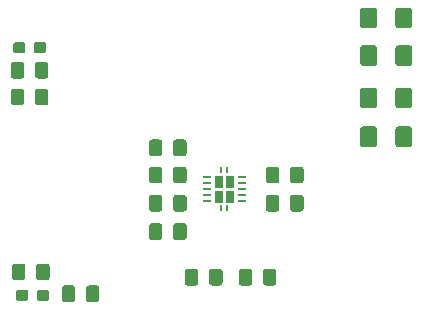
<source format=gbr>
G04 #@! TF.GenerationSoftware,KiCad,Pcbnew,(5.1.5)-2*
G04 #@! TF.CreationDate,2020-02-05T11:48:52+00:00*
G04 #@! TF.ProjectId,OPA1622_eval,4f504131-3632-4325-9f65-76616c2e6b69,rev?*
G04 #@! TF.SameCoordinates,Original*
G04 #@! TF.FileFunction,Paste,Top*
G04 #@! TF.FilePolarity,Positive*
%FSLAX46Y46*%
G04 Gerber Fmt 4.6, Leading zero omitted, Abs format (unit mm)*
G04 Created by KiCad (PCBNEW (5.1.5)-2) date 2020-02-05 11:48:52*
%MOMM*%
%LPD*%
G04 APERTURE LIST*
%ADD10C,0.100000*%
%ADD11O,0.800000X0.230000*%
%ADD12R,0.230000X0.230000*%
%ADD13R,0.680000X1.050000*%
%ADD14R,0.260000X0.500000*%
G04 APERTURE END LIST*
D10*
G36*
X130642505Y-149161204D02*
G01*
X130666773Y-149164804D01*
X130690572Y-149170765D01*
X130713671Y-149179030D01*
X130735850Y-149189520D01*
X130756893Y-149202132D01*
X130776599Y-149216747D01*
X130794777Y-149233223D01*
X130811253Y-149251401D01*
X130825868Y-149271107D01*
X130838480Y-149292150D01*
X130848970Y-149314329D01*
X130857235Y-149337428D01*
X130863196Y-149361227D01*
X130866796Y-149385495D01*
X130868000Y-149409999D01*
X130868000Y-150310001D01*
X130866796Y-150334505D01*
X130863196Y-150358773D01*
X130857235Y-150382572D01*
X130848970Y-150405671D01*
X130838480Y-150427850D01*
X130825868Y-150448893D01*
X130811253Y-150468599D01*
X130794777Y-150486777D01*
X130776599Y-150503253D01*
X130756893Y-150517868D01*
X130735850Y-150530480D01*
X130713671Y-150540970D01*
X130690572Y-150549235D01*
X130666773Y-150555196D01*
X130642505Y-150558796D01*
X130618001Y-150560000D01*
X129967999Y-150560000D01*
X129943495Y-150558796D01*
X129919227Y-150555196D01*
X129895428Y-150549235D01*
X129872329Y-150540970D01*
X129850150Y-150530480D01*
X129829107Y-150517868D01*
X129809401Y-150503253D01*
X129791223Y-150486777D01*
X129774747Y-150468599D01*
X129760132Y-150448893D01*
X129747520Y-150427850D01*
X129737030Y-150405671D01*
X129728765Y-150382572D01*
X129722804Y-150358773D01*
X129719204Y-150334505D01*
X129718000Y-150310001D01*
X129718000Y-149409999D01*
X129719204Y-149385495D01*
X129722804Y-149361227D01*
X129728765Y-149337428D01*
X129737030Y-149314329D01*
X129747520Y-149292150D01*
X129760132Y-149271107D01*
X129774747Y-149251401D01*
X129791223Y-149233223D01*
X129809401Y-149216747D01*
X129829107Y-149202132D01*
X129850150Y-149189520D01*
X129872329Y-149179030D01*
X129895428Y-149170765D01*
X129919227Y-149164804D01*
X129943495Y-149161204D01*
X129967999Y-149160000D01*
X130618001Y-149160000D01*
X130642505Y-149161204D01*
G37*
G36*
X132692505Y-149161204D02*
G01*
X132716773Y-149164804D01*
X132740572Y-149170765D01*
X132763671Y-149179030D01*
X132785850Y-149189520D01*
X132806893Y-149202132D01*
X132826599Y-149216747D01*
X132844777Y-149233223D01*
X132861253Y-149251401D01*
X132875868Y-149271107D01*
X132888480Y-149292150D01*
X132898970Y-149314329D01*
X132907235Y-149337428D01*
X132913196Y-149361227D01*
X132916796Y-149385495D01*
X132918000Y-149409999D01*
X132918000Y-150310001D01*
X132916796Y-150334505D01*
X132913196Y-150358773D01*
X132907235Y-150382572D01*
X132898970Y-150405671D01*
X132888480Y-150427850D01*
X132875868Y-150448893D01*
X132861253Y-150468599D01*
X132844777Y-150486777D01*
X132826599Y-150503253D01*
X132806893Y-150517868D01*
X132785850Y-150530480D01*
X132763671Y-150540970D01*
X132740572Y-150549235D01*
X132716773Y-150555196D01*
X132692505Y-150558796D01*
X132668001Y-150560000D01*
X132017999Y-150560000D01*
X131993495Y-150558796D01*
X131969227Y-150555196D01*
X131945428Y-150549235D01*
X131922329Y-150540970D01*
X131900150Y-150530480D01*
X131879107Y-150517868D01*
X131859401Y-150503253D01*
X131841223Y-150486777D01*
X131824747Y-150468599D01*
X131810132Y-150448893D01*
X131797520Y-150427850D01*
X131787030Y-150405671D01*
X131778765Y-150382572D01*
X131772804Y-150358773D01*
X131769204Y-150334505D01*
X131768000Y-150310001D01*
X131768000Y-149409999D01*
X131769204Y-149385495D01*
X131772804Y-149361227D01*
X131778765Y-149337428D01*
X131787030Y-149314329D01*
X131797520Y-149292150D01*
X131810132Y-149271107D01*
X131824747Y-149251401D01*
X131841223Y-149233223D01*
X131859401Y-149216747D01*
X131879107Y-149202132D01*
X131900150Y-149189520D01*
X131922329Y-149179030D01*
X131945428Y-149170765D01*
X131969227Y-149164804D01*
X131993495Y-149161204D01*
X132017999Y-149160000D01*
X132668001Y-149160000D01*
X132692505Y-149161204D01*
G37*
G36*
X126324505Y-130238204D02*
G01*
X126348773Y-130241804D01*
X126372572Y-130247765D01*
X126395671Y-130256030D01*
X126417850Y-130266520D01*
X126438893Y-130279132D01*
X126458599Y-130293747D01*
X126476777Y-130310223D01*
X126493253Y-130328401D01*
X126507868Y-130348107D01*
X126520480Y-130369150D01*
X126530970Y-130391329D01*
X126539235Y-130414428D01*
X126545196Y-130438227D01*
X126548796Y-130462495D01*
X126550000Y-130486999D01*
X126550000Y-131387001D01*
X126548796Y-131411505D01*
X126545196Y-131435773D01*
X126539235Y-131459572D01*
X126530970Y-131482671D01*
X126520480Y-131504850D01*
X126507868Y-131525893D01*
X126493253Y-131545599D01*
X126476777Y-131563777D01*
X126458599Y-131580253D01*
X126438893Y-131594868D01*
X126417850Y-131607480D01*
X126395671Y-131617970D01*
X126372572Y-131626235D01*
X126348773Y-131632196D01*
X126324505Y-131635796D01*
X126300001Y-131637000D01*
X125649999Y-131637000D01*
X125625495Y-131635796D01*
X125601227Y-131632196D01*
X125577428Y-131626235D01*
X125554329Y-131617970D01*
X125532150Y-131607480D01*
X125511107Y-131594868D01*
X125491401Y-131580253D01*
X125473223Y-131563777D01*
X125456747Y-131545599D01*
X125442132Y-131525893D01*
X125429520Y-131504850D01*
X125419030Y-131482671D01*
X125410765Y-131459572D01*
X125404804Y-131435773D01*
X125401204Y-131411505D01*
X125400000Y-131387001D01*
X125400000Y-130486999D01*
X125401204Y-130462495D01*
X125404804Y-130438227D01*
X125410765Y-130414428D01*
X125419030Y-130391329D01*
X125429520Y-130369150D01*
X125442132Y-130348107D01*
X125456747Y-130328401D01*
X125473223Y-130310223D01*
X125491401Y-130293747D01*
X125511107Y-130279132D01*
X125532150Y-130266520D01*
X125554329Y-130256030D01*
X125577428Y-130247765D01*
X125601227Y-130241804D01*
X125625495Y-130238204D01*
X125649999Y-130237000D01*
X126300001Y-130237000D01*
X126324505Y-130238204D01*
G37*
G36*
X128374505Y-130238204D02*
G01*
X128398773Y-130241804D01*
X128422572Y-130247765D01*
X128445671Y-130256030D01*
X128467850Y-130266520D01*
X128488893Y-130279132D01*
X128508599Y-130293747D01*
X128526777Y-130310223D01*
X128543253Y-130328401D01*
X128557868Y-130348107D01*
X128570480Y-130369150D01*
X128580970Y-130391329D01*
X128589235Y-130414428D01*
X128595196Y-130438227D01*
X128598796Y-130462495D01*
X128600000Y-130486999D01*
X128600000Y-131387001D01*
X128598796Y-131411505D01*
X128595196Y-131435773D01*
X128589235Y-131459572D01*
X128580970Y-131482671D01*
X128570480Y-131504850D01*
X128557868Y-131525893D01*
X128543253Y-131545599D01*
X128526777Y-131563777D01*
X128508599Y-131580253D01*
X128488893Y-131594868D01*
X128467850Y-131607480D01*
X128445671Y-131617970D01*
X128422572Y-131626235D01*
X128398773Y-131632196D01*
X128374505Y-131635796D01*
X128350001Y-131637000D01*
X127699999Y-131637000D01*
X127675495Y-131635796D01*
X127651227Y-131632196D01*
X127627428Y-131626235D01*
X127604329Y-131617970D01*
X127582150Y-131607480D01*
X127561107Y-131594868D01*
X127541401Y-131580253D01*
X127523223Y-131563777D01*
X127506747Y-131545599D01*
X127492132Y-131525893D01*
X127479520Y-131504850D01*
X127469030Y-131482671D01*
X127460765Y-131459572D01*
X127454804Y-131435773D01*
X127451204Y-131411505D01*
X127450000Y-131387001D01*
X127450000Y-130486999D01*
X127451204Y-130462495D01*
X127454804Y-130438227D01*
X127460765Y-130414428D01*
X127469030Y-130391329D01*
X127479520Y-130369150D01*
X127492132Y-130348107D01*
X127506747Y-130328401D01*
X127523223Y-130310223D01*
X127541401Y-130293747D01*
X127561107Y-130279132D01*
X127582150Y-130266520D01*
X127604329Y-130256030D01*
X127627428Y-130247765D01*
X127651227Y-130241804D01*
X127675495Y-130238204D01*
X127699999Y-130237000D01*
X128350001Y-130237000D01*
X128374505Y-130238204D01*
G37*
G36*
X147678505Y-147764204D02*
G01*
X147702773Y-147767804D01*
X147726572Y-147773765D01*
X147749671Y-147782030D01*
X147771850Y-147792520D01*
X147792893Y-147805132D01*
X147812599Y-147819747D01*
X147830777Y-147836223D01*
X147847253Y-147854401D01*
X147861868Y-147874107D01*
X147874480Y-147895150D01*
X147884970Y-147917329D01*
X147893235Y-147940428D01*
X147899196Y-147964227D01*
X147902796Y-147988495D01*
X147904000Y-148012999D01*
X147904000Y-148913001D01*
X147902796Y-148937505D01*
X147899196Y-148961773D01*
X147893235Y-148985572D01*
X147884970Y-149008671D01*
X147874480Y-149030850D01*
X147861868Y-149051893D01*
X147847253Y-149071599D01*
X147830777Y-149089777D01*
X147812599Y-149106253D01*
X147792893Y-149120868D01*
X147771850Y-149133480D01*
X147749671Y-149143970D01*
X147726572Y-149152235D01*
X147702773Y-149158196D01*
X147678505Y-149161796D01*
X147654001Y-149163000D01*
X147003999Y-149163000D01*
X146979495Y-149161796D01*
X146955227Y-149158196D01*
X146931428Y-149152235D01*
X146908329Y-149143970D01*
X146886150Y-149133480D01*
X146865107Y-149120868D01*
X146845401Y-149106253D01*
X146827223Y-149089777D01*
X146810747Y-149071599D01*
X146796132Y-149051893D01*
X146783520Y-149030850D01*
X146773030Y-149008671D01*
X146764765Y-148985572D01*
X146758804Y-148961773D01*
X146755204Y-148937505D01*
X146754000Y-148913001D01*
X146754000Y-148012999D01*
X146755204Y-147988495D01*
X146758804Y-147964227D01*
X146764765Y-147940428D01*
X146773030Y-147917329D01*
X146783520Y-147895150D01*
X146796132Y-147874107D01*
X146810747Y-147854401D01*
X146827223Y-147836223D01*
X146845401Y-147819747D01*
X146865107Y-147805132D01*
X146886150Y-147792520D01*
X146908329Y-147782030D01*
X146931428Y-147773765D01*
X146955227Y-147767804D01*
X146979495Y-147764204D01*
X147003999Y-147763000D01*
X147654001Y-147763000D01*
X147678505Y-147764204D01*
G37*
G36*
X145628505Y-147764204D02*
G01*
X145652773Y-147767804D01*
X145676572Y-147773765D01*
X145699671Y-147782030D01*
X145721850Y-147792520D01*
X145742893Y-147805132D01*
X145762599Y-147819747D01*
X145780777Y-147836223D01*
X145797253Y-147854401D01*
X145811868Y-147874107D01*
X145824480Y-147895150D01*
X145834970Y-147917329D01*
X145843235Y-147940428D01*
X145849196Y-147964227D01*
X145852796Y-147988495D01*
X145854000Y-148012999D01*
X145854000Y-148913001D01*
X145852796Y-148937505D01*
X145849196Y-148961773D01*
X145843235Y-148985572D01*
X145834970Y-149008671D01*
X145824480Y-149030850D01*
X145811868Y-149051893D01*
X145797253Y-149071599D01*
X145780777Y-149089777D01*
X145762599Y-149106253D01*
X145742893Y-149120868D01*
X145721850Y-149133480D01*
X145699671Y-149143970D01*
X145676572Y-149152235D01*
X145652773Y-149158196D01*
X145628505Y-149161796D01*
X145604001Y-149163000D01*
X144953999Y-149163000D01*
X144929495Y-149161796D01*
X144905227Y-149158196D01*
X144881428Y-149152235D01*
X144858329Y-149143970D01*
X144836150Y-149133480D01*
X144815107Y-149120868D01*
X144795401Y-149106253D01*
X144777223Y-149089777D01*
X144760747Y-149071599D01*
X144746132Y-149051893D01*
X144733520Y-149030850D01*
X144723030Y-149008671D01*
X144714765Y-148985572D01*
X144708804Y-148961773D01*
X144705204Y-148937505D01*
X144704000Y-148913001D01*
X144704000Y-148012999D01*
X144705204Y-147988495D01*
X144708804Y-147964227D01*
X144714765Y-147940428D01*
X144723030Y-147917329D01*
X144733520Y-147895150D01*
X144746132Y-147874107D01*
X144760747Y-147854401D01*
X144777223Y-147836223D01*
X144795401Y-147819747D01*
X144815107Y-147805132D01*
X144836150Y-147792520D01*
X144858329Y-147782030D01*
X144881428Y-147773765D01*
X144905227Y-147767804D01*
X144929495Y-147764204D01*
X144953999Y-147763000D01*
X145604001Y-147763000D01*
X145628505Y-147764204D01*
G37*
G36*
X143115505Y-147764204D02*
G01*
X143139773Y-147767804D01*
X143163572Y-147773765D01*
X143186671Y-147782030D01*
X143208850Y-147792520D01*
X143229893Y-147805132D01*
X143249599Y-147819747D01*
X143267777Y-147836223D01*
X143284253Y-147854401D01*
X143298868Y-147874107D01*
X143311480Y-147895150D01*
X143321970Y-147917329D01*
X143330235Y-147940428D01*
X143336196Y-147964227D01*
X143339796Y-147988495D01*
X143341000Y-148012999D01*
X143341000Y-148913001D01*
X143339796Y-148937505D01*
X143336196Y-148961773D01*
X143330235Y-148985572D01*
X143321970Y-149008671D01*
X143311480Y-149030850D01*
X143298868Y-149051893D01*
X143284253Y-149071599D01*
X143267777Y-149089777D01*
X143249599Y-149106253D01*
X143229893Y-149120868D01*
X143208850Y-149133480D01*
X143186671Y-149143970D01*
X143163572Y-149152235D01*
X143139773Y-149158196D01*
X143115505Y-149161796D01*
X143091001Y-149163000D01*
X142440999Y-149163000D01*
X142416495Y-149161796D01*
X142392227Y-149158196D01*
X142368428Y-149152235D01*
X142345329Y-149143970D01*
X142323150Y-149133480D01*
X142302107Y-149120868D01*
X142282401Y-149106253D01*
X142264223Y-149089777D01*
X142247747Y-149071599D01*
X142233132Y-149051893D01*
X142220520Y-149030850D01*
X142210030Y-149008671D01*
X142201765Y-148985572D01*
X142195804Y-148961773D01*
X142192204Y-148937505D01*
X142191000Y-148913001D01*
X142191000Y-148012999D01*
X142192204Y-147988495D01*
X142195804Y-147964227D01*
X142201765Y-147940428D01*
X142210030Y-147917329D01*
X142220520Y-147895150D01*
X142233132Y-147874107D01*
X142247747Y-147854401D01*
X142264223Y-147836223D01*
X142282401Y-147819747D01*
X142302107Y-147805132D01*
X142323150Y-147792520D01*
X142345329Y-147782030D01*
X142368428Y-147773765D01*
X142392227Y-147767804D01*
X142416495Y-147764204D01*
X142440999Y-147763000D01*
X143091001Y-147763000D01*
X143115505Y-147764204D01*
G37*
G36*
X141065505Y-147764204D02*
G01*
X141089773Y-147767804D01*
X141113572Y-147773765D01*
X141136671Y-147782030D01*
X141158850Y-147792520D01*
X141179893Y-147805132D01*
X141199599Y-147819747D01*
X141217777Y-147836223D01*
X141234253Y-147854401D01*
X141248868Y-147874107D01*
X141261480Y-147895150D01*
X141271970Y-147917329D01*
X141280235Y-147940428D01*
X141286196Y-147964227D01*
X141289796Y-147988495D01*
X141291000Y-148012999D01*
X141291000Y-148913001D01*
X141289796Y-148937505D01*
X141286196Y-148961773D01*
X141280235Y-148985572D01*
X141271970Y-149008671D01*
X141261480Y-149030850D01*
X141248868Y-149051893D01*
X141234253Y-149071599D01*
X141217777Y-149089777D01*
X141199599Y-149106253D01*
X141179893Y-149120868D01*
X141158850Y-149133480D01*
X141136671Y-149143970D01*
X141113572Y-149152235D01*
X141089773Y-149158196D01*
X141065505Y-149161796D01*
X141041001Y-149163000D01*
X140390999Y-149163000D01*
X140366495Y-149161796D01*
X140342227Y-149158196D01*
X140318428Y-149152235D01*
X140295329Y-149143970D01*
X140273150Y-149133480D01*
X140252107Y-149120868D01*
X140232401Y-149106253D01*
X140214223Y-149089777D01*
X140197747Y-149071599D01*
X140183132Y-149051893D01*
X140170520Y-149030850D01*
X140160030Y-149008671D01*
X140151765Y-148985572D01*
X140145804Y-148961773D01*
X140142204Y-148937505D01*
X140141000Y-148913001D01*
X140141000Y-148012999D01*
X140142204Y-147988495D01*
X140145804Y-147964227D01*
X140151765Y-147940428D01*
X140160030Y-147917329D01*
X140170520Y-147895150D01*
X140183132Y-147874107D01*
X140197747Y-147854401D01*
X140214223Y-147836223D01*
X140232401Y-147819747D01*
X140252107Y-147805132D01*
X140273150Y-147792520D01*
X140295329Y-147782030D01*
X140318428Y-147773765D01*
X140342227Y-147767804D01*
X140366495Y-147764204D01*
X140390999Y-147763000D01*
X141041001Y-147763000D01*
X141065505Y-147764204D01*
G37*
G36*
X128439779Y-149513144D02*
G01*
X128462834Y-149516563D01*
X128485443Y-149522227D01*
X128507387Y-149530079D01*
X128528457Y-149540044D01*
X128548448Y-149552026D01*
X128567168Y-149565910D01*
X128584438Y-149581562D01*
X128600090Y-149598832D01*
X128613974Y-149617552D01*
X128625956Y-149637543D01*
X128635921Y-149658613D01*
X128643773Y-149680557D01*
X128649437Y-149703166D01*
X128652856Y-149726221D01*
X128654000Y-149749500D01*
X128654000Y-150224500D01*
X128652856Y-150247779D01*
X128649437Y-150270834D01*
X128643773Y-150293443D01*
X128635921Y-150315387D01*
X128625956Y-150336457D01*
X128613974Y-150356448D01*
X128600090Y-150375168D01*
X128584438Y-150392438D01*
X128567168Y-150408090D01*
X128548448Y-150421974D01*
X128528457Y-150433956D01*
X128507387Y-150443921D01*
X128485443Y-150451773D01*
X128462834Y-150457437D01*
X128439779Y-150460856D01*
X128416500Y-150462000D01*
X127841500Y-150462000D01*
X127818221Y-150460856D01*
X127795166Y-150457437D01*
X127772557Y-150451773D01*
X127750613Y-150443921D01*
X127729543Y-150433956D01*
X127709552Y-150421974D01*
X127690832Y-150408090D01*
X127673562Y-150392438D01*
X127657910Y-150375168D01*
X127644026Y-150356448D01*
X127632044Y-150336457D01*
X127622079Y-150315387D01*
X127614227Y-150293443D01*
X127608563Y-150270834D01*
X127605144Y-150247779D01*
X127604000Y-150224500D01*
X127604000Y-149749500D01*
X127605144Y-149726221D01*
X127608563Y-149703166D01*
X127614227Y-149680557D01*
X127622079Y-149658613D01*
X127632044Y-149637543D01*
X127644026Y-149617552D01*
X127657910Y-149598832D01*
X127673562Y-149581562D01*
X127690832Y-149565910D01*
X127709552Y-149552026D01*
X127729543Y-149540044D01*
X127750613Y-149530079D01*
X127772557Y-149522227D01*
X127795166Y-149516563D01*
X127818221Y-149513144D01*
X127841500Y-149512000D01*
X128416500Y-149512000D01*
X128439779Y-149513144D01*
G37*
G36*
X126689779Y-149513144D02*
G01*
X126712834Y-149516563D01*
X126735443Y-149522227D01*
X126757387Y-149530079D01*
X126778457Y-149540044D01*
X126798448Y-149552026D01*
X126817168Y-149565910D01*
X126834438Y-149581562D01*
X126850090Y-149598832D01*
X126863974Y-149617552D01*
X126875956Y-149637543D01*
X126885921Y-149658613D01*
X126893773Y-149680557D01*
X126899437Y-149703166D01*
X126902856Y-149726221D01*
X126904000Y-149749500D01*
X126904000Y-150224500D01*
X126902856Y-150247779D01*
X126899437Y-150270834D01*
X126893773Y-150293443D01*
X126885921Y-150315387D01*
X126875956Y-150336457D01*
X126863974Y-150356448D01*
X126850090Y-150375168D01*
X126834438Y-150392438D01*
X126817168Y-150408090D01*
X126798448Y-150421974D01*
X126778457Y-150433956D01*
X126757387Y-150443921D01*
X126735443Y-150451773D01*
X126712834Y-150457437D01*
X126689779Y-150460856D01*
X126666500Y-150462000D01*
X126091500Y-150462000D01*
X126068221Y-150460856D01*
X126045166Y-150457437D01*
X126022557Y-150451773D01*
X126000613Y-150443921D01*
X125979543Y-150433956D01*
X125959552Y-150421974D01*
X125940832Y-150408090D01*
X125923562Y-150392438D01*
X125907910Y-150375168D01*
X125894026Y-150356448D01*
X125882044Y-150336457D01*
X125872079Y-150315387D01*
X125864227Y-150293443D01*
X125858563Y-150270834D01*
X125855144Y-150247779D01*
X125854000Y-150224500D01*
X125854000Y-149749500D01*
X125855144Y-149726221D01*
X125858563Y-149703166D01*
X125864227Y-149680557D01*
X125872079Y-149658613D01*
X125882044Y-149637543D01*
X125894026Y-149617552D01*
X125907910Y-149598832D01*
X125923562Y-149581562D01*
X125940832Y-149565910D01*
X125959552Y-149552026D01*
X125979543Y-149540044D01*
X126000613Y-149530079D01*
X126022557Y-149522227D01*
X126045166Y-149516563D01*
X126068221Y-149513144D01*
X126091500Y-149512000D01*
X126666500Y-149512000D01*
X126689779Y-149513144D01*
G37*
G36*
X126435779Y-128558144D02*
G01*
X126458834Y-128561563D01*
X126481443Y-128567227D01*
X126503387Y-128575079D01*
X126524457Y-128585044D01*
X126544448Y-128597026D01*
X126563168Y-128610910D01*
X126580438Y-128626562D01*
X126596090Y-128643832D01*
X126609974Y-128662552D01*
X126621956Y-128682543D01*
X126631921Y-128703613D01*
X126639773Y-128725557D01*
X126645437Y-128748166D01*
X126648856Y-128771221D01*
X126650000Y-128794500D01*
X126650000Y-129269500D01*
X126648856Y-129292779D01*
X126645437Y-129315834D01*
X126639773Y-129338443D01*
X126631921Y-129360387D01*
X126621956Y-129381457D01*
X126609974Y-129401448D01*
X126596090Y-129420168D01*
X126580438Y-129437438D01*
X126563168Y-129453090D01*
X126544448Y-129466974D01*
X126524457Y-129478956D01*
X126503387Y-129488921D01*
X126481443Y-129496773D01*
X126458834Y-129502437D01*
X126435779Y-129505856D01*
X126412500Y-129507000D01*
X125837500Y-129507000D01*
X125814221Y-129505856D01*
X125791166Y-129502437D01*
X125768557Y-129496773D01*
X125746613Y-129488921D01*
X125725543Y-129478956D01*
X125705552Y-129466974D01*
X125686832Y-129453090D01*
X125669562Y-129437438D01*
X125653910Y-129420168D01*
X125640026Y-129401448D01*
X125628044Y-129381457D01*
X125618079Y-129360387D01*
X125610227Y-129338443D01*
X125604563Y-129315834D01*
X125601144Y-129292779D01*
X125600000Y-129269500D01*
X125600000Y-128794500D01*
X125601144Y-128771221D01*
X125604563Y-128748166D01*
X125610227Y-128725557D01*
X125618079Y-128703613D01*
X125628044Y-128682543D01*
X125640026Y-128662552D01*
X125653910Y-128643832D01*
X125669562Y-128626562D01*
X125686832Y-128610910D01*
X125705552Y-128597026D01*
X125725543Y-128585044D01*
X125746613Y-128575079D01*
X125768557Y-128567227D01*
X125791166Y-128561563D01*
X125814221Y-128558144D01*
X125837500Y-128557000D01*
X126412500Y-128557000D01*
X126435779Y-128558144D01*
G37*
G36*
X128185779Y-128558144D02*
G01*
X128208834Y-128561563D01*
X128231443Y-128567227D01*
X128253387Y-128575079D01*
X128274457Y-128585044D01*
X128294448Y-128597026D01*
X128313168Y-128610910D01*
X128330438Y-128626562D01*
X128346090Y-128643832D01*
X128359974Y-128662552D01*
X128371956Y-128682543D01*
X128381921Y-128703613D01*
X128389773Y-128725557D01*
X128395437Y-128748166D01*
X128398856Y-128771221D01*
X128400000Y-128794500D01*
X128400000Y-129269500D01*
X128398856Y-129292779D01*
X128395437Y-129315834D01*
X128389773Y-129338443D01*
X128381921Y-129360387D01*
X128371956Y-129381457D01*
X128359974Y-129401448D01*
X128346090Y-129420168D01*
X128330438Y-129437438D01*
X128313168Y-129453090D01*
X128294448Y-129466974D01*
X128274457Y-129478956D01*
X128253387Y-129488921D01*
X128231443Y-129496773D01*
X128208834Y-129502437D01*
X128185779Y-129505856D01*
X128162500Y-129507000D01*
X127587500Y-129507000D01*
X127564221Y-129505856D01*
X127541166Y-129502437D01*
X127518557Y-129496773D01*
X127496613Y-129488921D01*
X127475543Y-129478956D01*
X127455552Y-129466974D01*
X127436832Y-129453090D01*
X127419562Y-129437438D01*
X127403910Y-129420168D01*
X127390026Y-129401448D01*
X127378044Y-129381457D01*
X127368079Y-129360387D01*
X127360227Y-129338443D01*
X127354563Y-129315834D01*
X127351144Y-129292779D01*
X127350000Y-129269500D01*
X127350000Y-128794500D01*
X127351144Y-128771221D01*
X127354563Y-128748166D01*
X127360227Y-128725557D01*
X127368079Y-128703613D01*
X127378044Y-128682543D01*
X127390026Y-128662552D01*
X127403910Y-128643832D01*
X127419562Y-128626562D01*
X127436832Y-128610910D01*
X127455552Y-128597026D01*
X127475543Y-128585044D01*
X127496613Y-128575079D01*
X127518557Y-128567227D01*
X127541166Y-128561563D01*
X127564221Y-128558144D01*
X127587500Y-128557000D01*
X128162500Y-128557000D01*
X128185779Y-128558144D01*
G37*
D11*
X142025000Y-140000000D03*
X142025000Y-140500000D03*
D12*
X141740000Y-141000000D03*
D11*
X142025000Y-141500000D03*
D12*
X141740000Y-142000000D03*
D11*
X144975000Y-142000000D03*
X144975000Y-141500000D03*
D12*
X145260000Y-141000000D03*
X145260000Y-140500000D03*
X145260000Y-140000000D03*
D13*
X143050000Y-140365000D03*
D14*
X143250000Y-139370000D03*
X143750000Y-139370000D03*
X143250000Y-142630000D03*
X143750000Y-142630000D03*
D13*
X143950000Y-140365000D03*
X143050000Y-141635000D03*
X143950000Y-141635000D03*
D12*
X141740000Y-140000000D03*
X141740000Y-140500000D03*
D11*
X142025000Y-141000000D03*
D12*
X141740000Y-141500000D03*
D11*
X142025000Y-142000000D03*
D12*
X145260000Y-142000000D03*
X145260000Y-141500000D03*
D11*
X144975000Y-141000000D03*
X144975000Y-140500000D03*
X144975000Y-140000000D03*
D10*
G36*
X156199504Y-132406204D02*
G01*
X156223773Y-132409804D01*
X156247571Y-132415765D01*
X156270671Y-132424030D01*
X156292849Y-132434520D01*
X156313893Y-132447133D01*
X156333598Y-132461747D01*
X156351777Y-132478223D01*
X156368253Y-132496402D01*
X156382867Y-132516107D01*
X156395480Y-132537151D01*
X156405970Y-132559329D01*
X156414235Y-132582429D01*
X156420196Y-132606227D01*
X156423796Y-132630496D01*
X156425000Y-132655000D01*
X156425000Y-133905000D01*
X156423796Y-133929504D01*
X156420196Y-133953773D01*
X156414235Y-133977571D01*
X156405970Y-134000671D01*
X156395480Y-134022849D01*
X156382867Y-134043893D01*
X156368253Y-134063598D01*
X156351777Y-134081777D01*
X156333598Y-134098253D01*
X156313893Y-134112867D01*
X156292849Y-134125480D01*
X156270671Y-134135970D01*
X156247571Y-134144235D01*
X156223773Y-134150196D01*
X156199504Y-134153796D01*
X156175000Y-134155000D01*
X155250000Y-134155000D01*
X155225496Y-134153796D01*
X155201227Y-134150196D01*
X155177429Y-134144235D01*
X155154329Y-134135970D01*
X155132151Y-134125480D01*
X155111107Y-134112867D01*
X155091402Y-134098253D01*
X155073223Y-134081777D01*
X155056747Y-134063598D01*
X155042133Y-134043893D01*
X155029520Y-134022849D01*
X155019030Y-134000671D01*
X155010765Y-133977571D01*
X155004804Y-133953773D01*
X155001204Y-133929504D01*
X155000000Y-133905000D01*
X155000000Y-132655000D01*
X155001204Y-132630496D01*
X155004804Y-132606227D01*
X155010765Y-132582429D01*
X155019030Y-132559329D01*
X155029520Y-132537151D01*
X155042133Y-132516107D01*
X155056747Y-132496402D01*
X155073223Y-132478223D01*
X155091402Y-132461747D01*
X155111107Y-132447133D01*
X155132151Y-132434520D01*
X155154329Y-132424030D01*
X155177429Y-132415765D01*
X155201227Y-132409804D01*
X155225496Y-132406204D01*
X155250000Y-132405000D01*
X156175000Y-132405000D01*
X156199504Y-132406204D01*
G37*
G36*
X159174504Y-132406204D02*
G01*
X159198773Y-132409804D01*
X159222571Y-132415765D01*
X159245671Y-132424030D01*
X159267849Y-132434520D01*
X159288893Y-132447133D01*
X159308598Y-132461747D01*
X159326777Y-132478223D01*
X159343253Y-132496402D01*
X159357867Y-132516107D01*
X159370480Y-132537151D01*
X159380970Y-132559329D01*
X159389235Y-132582429D01*
X159395196Y-132606227D01*
X159398796Y-132630496D01*
X159400000Y-132655000D01*
X159400000Y-133905000D01*
X159398796Y-133929504D01*
X159395196Y-133953773D01*
X159389235Y-133977571D01*
X159380970Y-134000671D01*
X159370480Y-134022849D01*
X159357867Y-134043893D01*
X159343253Y-134063598D01*
X159326777Y-134081777D01*
X159308598Y-134098253D01*
X159288893Y-134112867D01*
X159267849Y-134125480D01*
X159245671Y-134135970D01*
X159222571Y-134144235D01*
X159198773Y-134150196D01*
X159174504Y-134153796D01*
X159150000Y-134155000D01*
X158225000Y-134155000D01*
X158200496Y-134153796D01*
X158176227Y-134150196D01*
X158152429Y-134144235D01*
X158129329Y-134135970D01*
X158107151Y-134125480D01*
X158086107Y-134112867D01*
X158066402Y-134098253D01*
X158048223Y-134081777D01*
X158031747Y-134063598D01*
X158017133Y-134043893D01*
X158004520Y-134022849D01*
X157994030Y-134000671D01*
X157985765Y-133977571D01*
X157979804Y-133953773D01*
X157976204Y-133929504D01*
X157975000Y-133905000D01*
X157975000Y-132655000D01*
X157976204Y-132630496D01*
X157979804Y-132606227D01*
X157985765Y-132582429D01*
X157994030Y-132559329D01*
X158004520Y-132537151D01*
X158017133Y-132516107D01*
X158031747Y-132496402D01*
X158048223Y-132478223D01*
X158066402Y-132461747D01*
X158086107Y-132447133D01*
X158107151Y-132434520D01*
X158129329Y-132424030D01*
X158152429Y-132415765D01*
X158176227Y-132409804D01*
X158200496Y-132406204D01*
X158225000Y-132405000D01*
X159150000Y-132405000D01*
X159174504Y-132406204D01*
G37*
G36*
X156199504Y-128826204D02*
G01*
X156223773Y-128829804D01*
X156247571Y-128835765D01*
X156270671Y-128844030D01*
X156292849Y-128854520D01*
X156313893Y-128867133D01*
X156333598Y-128881747D01*
X156351777Y-128898223D01*
X156368253Y-128916402D01*
X156382867Y-128936107D01*
X156395480Y-128957151D01*
X156405970Y-128979329D01*
X156414235Y-129002429D01*
X156420196Y-129026227D01*
X156423796Y-129050496D01*
X156425000Y-129075000D01*
X156425000Y-130325000D01*
X156423796Y-130349504D01*
X156420196Y-130373773D01*
X156414235Y-130397571D01*
X156405970Y-130420671D01*
X156395480Y-130442849D01*
X156382867Y-130463893D01*
X156368253Y-130483598D01*
X156351777Y-130501777D01*
X156333598Y-130518253D01*
X156313893Y-130532867D01*
X156292849Y-130545480D01*
X156270671Y-130555970D01*
X156247571Y-130564235D01*
X156223773Y-130570196D01*
X156199504Y-130573796D01*
X156175000Y-130575000D01*
X155250000Y-130575000D01*
X155225496Y-130573796D01*
X155201227Y-130570196D01*
X155177429Y-130564235D01*
X155154329Y-130555970D01*
X155132151Y-130545480D01*
X155111107Y-130532867D01*
X155091402Y-130518253D01*
X155073223Y-130501777D01*
X155056747Y-130483598D01*
X155042133Y-130463893D01*
X155029520Y-130442849D01*
X155019030Y-130420671D01*
X155010765Y-130397571D01*
X155004804Y-130373773D01*
X155001204Y-130349504D01*
X155000000Y-130325000D01*
X155000000Y-129075000D01*
X155001204Y-129050496D01*
X155004804Y-129026227D01*
X155010765Y-129002429D01*
X155019030Y-128979329D01*
X155029520Y-128957151D01*
X155042133Y-128936107D01*
X155056747Y-128916402D01*
X155073223Y-128898223D01*
X155091402Y-128881747D01*
X155111107Y-128867133D01*
X155132151Y-128854520D01*
X155154329Y-128844030D01*
X155177429Y-128835765D01*
X155201227Y-128829804D01*
X155225496Y-128826204D01*
X155250000Y-128825000D01*
X156175000Y-128825000D01*
X156199504Y-128826204D01*
G37*
G36*
X159174504Y-128826204D02*
G01*
X159198773Y-128829804D01*
X159222571Y-128835765D01*
X159245671Y-128844030D01*
X159267849Y-128854520D01*
X159288893Y-128867133D01*
X159308598Y-128881747D01*
X159326777Y-128898223D01*
X159343253Y-128916402D01*
X159357867Y-128936107D01*
X159370480Y-128957151D01*
X159380970Y-128979329D01*
X159389235Y-129002429D01*
X159395196Y-129026227D01*
X159398796Y-129050496D01*
X159400000Y-129075000D01*
X159400000Y-130325000D01*
X159398796Y-130349504D01*
X159395196Y-130373773D01*
X159389235Y-130397571D01*
X159380970Y-130420671D01*
X159370480Y-130442849D01*
X159357867Y-130463893D01*
X159343253Y-130483598D01*
X159326777Y-130501777D01*
X159308598Y-130518253D01*
X159288893Y-130532867D01*
X159267849Y-130545480D01*
X159245671Y-130555970D01*
X159222571Y-130564235D01*
X159198773Y-130570196D01*
X159174504Y-130573796D01*
X159150000Y-130575000D01*
X158225000Y-130575000D01*
X158200496Y-130573796D01*
X158176227Y-130570196D01*
X158152429Y-130564235D01*
X158129329Y-130555970D01*
X158107151Y-130545480D01*
X158086107Y-130532867D01*
X158066402Y-130518253D01*
X158048223Y-130501777D01*
X158031747Y-130483598D01*
X158017133Y-130463893D01*
X158004520Y-130442849D01*
X157994030Y-130420671D01*
X157985765Y-130397571D01*
X157979804Y-130373773D01*
X157976204Y-130349504D01*
X157975000Y-130325000D01*
X157975000Y-129075000D01*
X157976204Y-129050496D01*
X157979804Y-129026227D01*
X157985765Y-129002429D01*
X157994030Y-128979329D01*
X158004520Y-128957151D01*
X158017133Y-128936107D01*
X158031747Y-128916402D01*
X158048223Y-128898223D01*
X158066402Y-128881747D01*
X158086107Y-128867133D01*
X158107151Y-128854520D01*
X158129329Y-128844030D01*
X158152429Y-128835765D01*
X158176227Y-128829804D01*
X158200496Y-128826204D01*
X158225000Y-128825000D01*
X159150000Y-128825000D01*
X159174504Y-128826204D01*
G37*
G36*
X156199504Y-125626204D02*
G01*
X156223773Y-125629804D01*
X156247571Y-125635765D01*
X156270671Y-125644030D01*
X156292849Y-125654520D01*
X156313893Y-125667133D01*
X156333598Y-125681747D01*
X156351777Y-125698223D01*
X156368253Y-125716402D01*
X156382867Y-125736107D01*
X156395480Y-125757151D01*
X156405970Y-125779329D01*
X156414235Y-125802429D01*
X156420196Y-125826227D01*
X156423796Y-125850496D01*
X156425000Y-125875000D01*
X156425000Y-127125000D01*
X156423796Y-127149504D01*
X156420196Y-127173773D01*
X156414235Y-127197571D01*
X156405970Y-127220671D01*
X156395480Y-127242849D01*
X156382867Y-127263893D01*
X156368253Y-127283598D01*
X156351777Y-127301777D01*
X156333598Y-127318253D01*
X156313893Y-127332867D01*
X156292849Y-127345480D01*
X156270671Y-127355970D01*
X156247571Y-127364235D01*
X156223773Y-127370196D01*
X156199504Y-127373796D01*
X156175000Y-127375000D01*
X155250000Y-127375000D01*
X155225496Y-127373796D01*
X155201227Y-127370196D01*
X155177429Y-127364235D01*
X155154329Y-127355970D01*
X155132151Y-127345480D01*
X155111107Y-127332867D01*
X155091402Y-127318253D01*
X155073223Y-127301777D01*
X155056747Y-127283598D01*
X155042133Y-127263893D01*
X155029520Y-127242849D01*
X155019030Y-127220671D01*
X155010765Y-127197571D01*
X155004804Y-127173773D01*
X155001204Y-127149504D01*
X155000000Y-127125000D01*
X155000000Y-125875000D01*
X155001204Y-125850496D01*
X155004804Y-125826227D01*
X155010765Y-125802429D01*
X155019030Y-125779329D01*
X155029520Y-125757151D01*
X155042133Y-125736107D01*
X155056747Y-125716402D01*
X155073223Y-125698223D01*
X155091402Y-125681747D01*
X155111107Y-125667133D01*
X155132151Y-125654520D01*
X155154329Y-125644030D01*
X155177429Y-125635765D01*
X155201227Y-125629804D01*
X155225496Y-125626204D01*
X155250000Y-125625000D01*
X156175000Y-125625000D01*
X156199504Y-125626204D01*
G37*
G36*
X159174504Y-125626204D02*
G01*
X159198773Y-125629804D01*
X159222571Y-125635765D01*
X159245671Y-125644030D01*
X159267849Y-125654520D01*
X159288893Y-125667133D01*
X159308598Y-125681747D01*
X159326777Y-125698223D01*
X159343253Y-125716402D01*
X159357867Y-125736107D01*
X159370480Y-125757151D01*
X159380970Y-125779329D01*
X159389235Y-125802429D01*
X159395196Y-125826227D01*
X159398796Y-125850496D01*
X159400000Y-125875000D01*
X159400000Y-127125000D01*
X159398796Y-127149504D01*
X159395196Y-127173773D01*
X159389235Y-127197571D01*
X159380970Y-127220671D01*
X159370480Y-127242849D01*
X159357867Y-127263893D01*
X159343253Y-127283598D01*
X159326777Y-127301777D01*
X159308598Y-127318253D01*
X159288893Y-127332867D01*
X159267849Y-127345480D01*
X159245671Y-127355970D01*
X159222571Y-127364235D01*
X159198773Y-127370196D01*
X159174504Y-127373796D01*
X159150000Y-127375000D01*
X158225000Y-127375000D01*
X158200496Y-127373796D01*
X158176227Y-127370196D01*
X158152429Y-127364235D01*
X158129329Y-127355970D01*
X158107151Y-127345480D01*
X158086107Y-127332867D01*
X158066402Y-127318253D01*
X158048223Y-127301777D01*
X158031747Y-127283598D01*
X158017133Y-127263893D01*
X158004520Y-127242849D01*
X157994030Y-127220671D01*
X157985765Y-127197571D01*
X157979804Y-127173773D01*
X157976204Y-127149504D01*
X157975000Y-127125000D01*
X157975000Y-125875000D01*
X157976204Y-125850496D01*
X157979804Y-125826227D01*
X157985765Y-125802429D01*
X157994030Y-125779329D01*
X158004520Y-125757151D01*
X158017133Y-125736107D01*
X158031747Y-125716402D01*
X158048223Y-125698223D01*
X158066402Y-125681747D01*
X158086107Y-125667133D01*
X158107151Y-125654520D01*
X158129329Y-125644030D01*
X158152429Y-125635765D01*
X158176227Y-125629804D01*
X158200496Y-125626204D01*
X158225000Y-125625000D01*
X159150000Y-125625000D01*
X159174504Y-125626204D01*
G37*
G36*
X156199504Y-135696204D02*
G01*
X156223773Y-135699804D01*
X156247571Y-135705765D01*
X156270671Y-135714030D01*
X156292849Y-135724520D01*
X156313893Y-135737133D01*
X156333598Y-135751747D01*
X156351777Y-135768223D01*
X156368253Y-135786402D01*
X156382867Y-135806107D01*
X156395480Y-135827151D01*
X156405970Y-135849329D01*
X156414235Y-135872429D01*
X156420196Y-135896227D01*
X156423796Y-135920496D01*
X156425000Y-135945000D01*
X156425000Y-137195000D01*
X156423796Y-137219504D01*
X156420196Y-137243773D01*
X156414235Y-137267571D01*
X156405970Y-137290671D01*
X156395480Y-137312849D01*
X156382867Y-137333893D01*
X156368253Y-137353598D01*
X156351777Y-137371777D01*
X156333598Y-137388253D01*
X156313893Y-137402867D01*
X156292849Y-137415480D01*
X156270671Y-137425970D01*
X156247571Y-137434235D01*
X156223773Y-137440196D01*
X156199504Y-137443796D01*
X156175000Y-137445000D01*
X155250000Y-137445000D01*
X155225496Y-137443796D01*
X155201227Y-137440196D01*
X155177429Y-137434235D01*
X155154329Y-137425970D01*
X155132151Y-137415480D01*
X155111107Y-137402867D01*
X155091402Y-137388253D01*
X155073223Y-137371777D01*
X155056747Y-137353598D01*
X155042133Y-137333893D01*
X155029520Y-137312849D01*
X155019030Y-137290671D01*
X155010765Y-137267571D01*
X155004804Y-137243773D01*
X155001204Y-137219504D01*
X155000000Y-137195000D01*
X155000000Y-135945000D01*
X155001204Y-135920496D01*
X155004804Y-135896227D01*
X155010765Y-135872429D01*
X155019030Y-135849329D01*
X155029520Y-135827151D01*
X155042133Y-135806107D01*
X155056747Y-135786402D01*
X155073223Y-135768223D01*
X155091402Y-135751747D01*
X155111107Y-135737133D01*
X155132151Y-135724520D01*
X155154329Y-135714030D01*
X155177429Y-135705765D01*
X155201227Y-135699804D01*
X155225496Y-135696204D01*
X155250000Y-135695000D01*
X156175000Y-135695000D01*
X156199504Y-135696204D01*
G37*
G36*
X159174504Y-135696204D02*
G01*
X159198773Y-135699804D01*
X159222571Y-135705765D01*
X159245671Y-135714030D01*
X159267849Y-135724520D01*
X159288893Y-135737133D01*
X159308598Y-135751747D01*
X159326777Y-135768223D01*
X159343253Y-135786402D01*
X159357867Y-135806107D01*
X159370480Y-135827151D01*
X159380970Y-135849329D01*
X159389235Y-135872429D01*
X159395196Y-135896227D01*
X159398796Y-135920496D01*
X159400000Y-135945000D01*
X159400000Y-137195000D01*
X159398796Y-137219504D01*
X159395196Y-137243773D01*
X159389235Y-137267571D01*
X159380970Y-137290671D01*
X159370480Y-137312849D01*
X159357867Y-137333893D01*
X159343253Y-137353598D01*
X159326777Y-137371777D01*
X159308598Y-137388253D01*
X159288893Y-137402867D01*
X159267849Y-137415480D01*
X159245671Y-137425970D01*
X159222571Y-137434235D01*
X159198773Y-137440196D01*
X159174504Y-137443796D01*
X159150000Y-137445000D01*
X158225000Y-137445000D01*
X158200496Y-137443796D01*
X158176227Y-137440196D01*
X158152429Y-137434235D01*
X158129329Y-137425970D01*
X158107151Y-137415480D01*
X158086107Y-137402867D01*
X158066402Y-137388253D01*
X158048223Y-137371777D01*
X158031747Y-137353598D01*
X158017133Y-137333893D01*
X158004520Y-137312849D01*
X157994030Y-137290671D01*
X157985765Y-137267571D01*
X157979804Y-137243773D01*
X157976204Y-137219504D01*
X157975000Y-137195000D01*
X157975000Y-135945000D01*
X157976204Y-135920496D01*
X157979804Y-135896227D01*
X157985765Y-135872429D01*
X157994030Y-135849329D01*
X158004520Y-135827151D01*
X158017133Y-135806107D01*
X158031747Y-135786402D01*
X158048223Y-135768223D01*
X158066402Y-135751747D01*
X158086107Y-135737133D01*
X158107151Y-135724520D01*
X158129329Y-135714030D01*
X158152429Y-135705765D01*
X158176227Y-135699804D01*
X158200496Y-135696204D01*
X158225000Y-135695000D01*
X159150000Y-135695000D01*
X159174504Y-135696204D01*
G37*
G36*
X149974505Y-141501204D02*
G01*
X149998773Y-141504804D01*
X150022572Y-141510765D01*
X150045671Y-141519030D01*
X150067850Y-141529520D01*
X150088893Y-141542132D01*
X150108599Y-141556747D01*
X150126777Y-141573223D01*
X150143253Y-141591401D01*
X150157868Y-141611107D01*
X150170480Y-141632150D01*
X150180970Y-141654329D01*
X150189235Y-141677428D01*
X150195196Y-141701227D01*
X150198796Y-141725495D01*
X150200000Y-141749999D01*
X150200000Y-142650001D01*
X150198796Y-142674505D01*
X150195196Y-142698773D01*
X150189235Y-142722572D01*
X150180970Y-142745671D01*
X150170480Y-142767850D01*
X150157868Y-142788893D01*
X150143253Y-142808599D01*
X150126777Y-142826777D01*
X150108599Y-142843253D01*
X150088893Y-142857868D01*
X150067850Y-142870480D01*
X150045671Y-142880970D01*
X150022572Y-142889235D01*
X149998773Y-142895196D01*
X149974505Y-142898796D01*
X149950001Y-142900000D01*
X149299999Y-142900000D01*
X149275495Y-142898796D01*
X149251227Y-142895196D01*
X149227428Y-142889235D01*
X149204329Y-142880970D01*
X149182150Y-142870480D01*
X149161107Y-142857868D01*
X149141401Y-142843253D01*
X149123223Y-142826777D01*
X149106747Y-142808599D01*
X149092132Y-142788893D01*
X149079520Y-142767850D01*
X149069030Y-142745671D01*
X149060765Y-142722572D01*
X149054804Y-142698773D01*
X149051204Y-142674505D01*
X149050000Y-142650001D01*
X149050000Y-141749999D01*
X149051204Y-141725495D01*
X149054804Y-141701227D01*
X149060765Y-141677428D01*
X149069030Y-141654329D01*
X149079520Y-141632150D01*
X149092132Y-141611107D01*
X149106747Y-141591401D01*
X149123223Y-141573223D01*
X149141401Y-141556747D01*
X149161107Y-141542132D01*
X149182150Y-141529520D01*
X149204329Y-141519030D01*
X149227428Y-141510765D01*
X149251227Y-141504804D01*
X149275495Y-141501204D01*
X149299999Y-141500000D01*
X149950001Y-141500000D01*
X149974505Y-141501204D01*
G37*
G36*
X147924505Y-141501204D02*
G01*
X147948773Y-141504804D01*
X147972572Y-141510765D01*
X147995671Y-141519030D01*
X148017850Y-141529520D01*
X148038893Y-141542132D01*
X148058599Y-141556747D01*
X148076777Y-141573223D01*
X148093253Y-141591401D01*
X148107868Y-141611107D01*
X148120480Y-141632150D01*
X148130970Y-141654329D01*
X148139235Y-141677428D01*
X148145196Y-141701227D01*
X148148796Y-141725495D01*
X148150000Y-141749999D01*
X148150000Y-142650001D01*
X148148796Y-142674505D01*
X148145196Y-142698773D01*
X148139235Y-142722572D01*
X148130970Y-142745671D01*
X148120480Y-142767850D01*
X148107868Y-142788893D01*
X148093253Y-142808599D01*
X148076777Y-142826777D01*
X148058599Y-142843253D01*
X148038893Y-142857868D01*
X148017850Y-142870480D01*
X147995671Y-142880970D01*
X147972572Y-142889235D01*
X147948773Y-142895196D01*
X147924505Y-142898796D01*
X147900001Y-142900000D01*
X147249999Y-142900000D01*
X147225495Y-142898796D01*
X147201227Y-142895196D01*
X147177428Y-142889235D01*
X147154329Y-142880970D01*
X147132150Y-142870480D01*
X147111107Y-142857868D01*
X147091401Y-142843253D01*
X147073223Y-142826777D01*
X147056747Y-142808599D01*
X147042132Y-142788893D01*
X147029520Y-142767850D01*
X147019030Y-142745671D01*
X147010765Y-142722572D01*
X147004804Y-142698773D01*
X147001204Y-142674505D01*
X147000000Y-142650001D01*
X147000000Y-141749999D01*
X147001204Y-141725495D01*
X147004804Y-141701227D01*
X147010765Y-141677428D01*
X147019030Y-141654329D01*
X147029520Y-141632150D01*
X147042132Y-141611107D01*
X147056747Y-141591401D01*
X147073223Y-141573223D01*
X147091401Y-141556747D01*
X147111107Y-141542132D01*
X147132150Y-141529520D01*
X147154329Y-141519030D01*
X147177428Y-141510765D01*
X147201227Y-141504804D01*
X147225495Y-141501204D01*
X147249999Y-141500000D01*
X147900001Y-141500000D01*
X147924505Y-141501204D01*
G37*
G36*
X149974505Y-139101204D02*
G01*
X149998773Y-139104804D01*
X150022572Y-139110765D01*
X150045671Y-139119030D01*
X150067850Y-139129520D01*
X150088893Y-139142132D01*
X150108599Y-139156747D01*
X150126777Y-139173223D01*
X150143253Y-139191401D01*
X150157868Y-139211107D01*
X150170480Y-139232150D01*
X150180970Y-139254329D01*
X150189235Y-139277428D01*
X150195196Y-139301227D01*
X150198796Y-139325495D01*
X150200000Y-139349999D01*
X150200000Y-140250001D01*
X150198796Y-140274505D01*
X150195196Y-140298773D01*
X150189235Y-140322572D01*
X150180970Y-140345671D01*
X150170480Y-140367850D01*
X150157868Y-140388893D01*
X150143253Y-140408599D01*
X150126777Y-140426777D01*
X150108599Y-140443253D01*
X150088893Y-140457868D01*
X150067850Y-140470480D01*
X150045671Y-140480970D01*
X150022572Y-140489235D01*
X149998773Y-140495196D01*
X149974505Y-140498796D01*
X149950001Y-140500000D01*
X149299999Y-140500000D01*
X149275495Y-140498796D01*
X149251227Y-140495196D01*
X149227428Y-140489235D01*
X149204329Y-140480970D01*
X149182150Y-140470480D01*
X149161107Y-140457868D01*
X149141401Y-140443253D01*
X149123223Y-140426777D01*
X149106747Y-140408599D01*
X149092132Y-140388893D01*
X149079520Y-140367850D01*
X149069030Y-140345671D01*
X149060765Y-140322572D01*
X149054804Y-140298773D01*
X149051204Y-140274505D01*
X149050000Y-140250001D01*
X149050000Y-139349999D01*
X149051204Y-139325495D01*
X149054804Y-139301227D01*
X149060765Y-139277428D01*
X149069030Y-139254329D01*
X149079520Y-139232150D01*
X149092132Y-139211107D01*
X149106747Y-139191401D01*
X149123223Y-139173223D01*
X149141401Y-139156747D01*
X149161107Y-139142132D01*
X149182150Y-139129520D01*
X149204329Y-139119030D01*
X149227428Y-139110765D01*
X149251227Y-139104804D01*
X149275495Y-139101204D01*
X149299999Y-139100000D01*
X149950001Y-139100000D01*
X149974505Y-139101204D01*
G37*
G36*
X147924505Y-139101204D02*
G01*
X147948773Y-139104804D01*
X147972572Y-139110765D01*
X147995671Y-139119030D01*
X148017850Y-139129520D01*
X148038893Y-139142132D01*
X148058599Y-139156747D01*
X148076777Y-139173223D01*
X148093253Y-139191401D01*
X148107868Y-139211107D01*
X148120480Y-139232150D01*
X148130970Y-139254329D01*
X148139235Y-139277428D01*
X148145196Y-139301227D01*
X148148796Y-139325495D01*
X148150000Y-139349999D01*
X148150000Y-140250001D01*
X148148796Y-140274505D01*
X148145196Y-140298773D01*
X148139235Y-140322572D01*
X148130970Y-140345671D01*
X148120480Y-140367850D01*
X148107868Y-140388893D01*
X148093253Y-140408599D01*
X148076777Y-140426777D01*
X148058599Y-140443253D01*
X148038893Y-140457868D01*
X148017850Y-140470480D01*
X147995671Y-140480970D01*
X147972572Y-140489235D01*
X147948773Y-140495196D01*
X147924505Y-140498796D01*
X147900001Y-140500000D01*
X147249999Y-140500000D01*
X147225495Y-140498796D01*
X147201227Y-140495196D01*
X147177428Y-140489235D01*
X147154329Y-140480970D01*
X147132150Y-140470480D01*
X147111107Y-140457868D01*
X147091401Y-140443253D01*
X147073223Y-140426777D01*
X147056747Y-140408599D01*
X147042132Y-140388893D01*
X147029520Y-140367850D01*
X147019030Y-140345671D01*
X147010765Y-140322572D01*
X147004804Y-140298773D01*
X147001204Y-140274505D01*
X147000000Y-140250001D01*
X147000000Y-139349999D01*
X147001204Y-139325495D01*
X147004804Y-139301227D01*
X147010765Y-139277428D01*
X147019030Y-139254329D01*
X147029520Y-139232150D01*
X147042132Y-139211107D01*
X147056747Y-139191401D01*
X147073223Y-139173223D01*
X147091401Y-139156747D01*
X147111107Y-139142132D01*
X147132150Y-139129520D01*
X147154329Y-139119030D01*
X147177428Y-139110765D01*
X147201227Y-139104804D01*
X147225495Y-139101204D01*
X147249999Y-139100000D01*
X147900001Y-139100000D01*
X147924505Y-139101204D01*
G37*
G36*
X126424505Y-147301204D02*
G01*
X126448773Y-147304804D01*
X126472572Y-147310765D01*
X126495671Y-147319030D01*
X126517850Y-147329520D01*
X126538893Y-147342132D01*
X126558599Y-147356747D01*
X126576777Y-147373223D01*
X126593253Y-147391401D01*
X126607868Y-147411107D01*
X126620480Y-147432150D01*
X126630970Y-147454329D01*
X126639235Y-147477428D01*
X126645196Y-147501227D01*
X126648796Y-147525495D01*
X126650000Y-147549999D01*
X126650000Y-148450001D01*
X126648796Y-148474505D01*
X126645196Y-148498773D01*
X126639235Y-148522572D01*
X126630970Y-148545671D01*
X126620480Y-148567850D01*
X126607868Y-148588893D01*
X126593253Y-148608599D01*
X126576777Y-148626777D01*
X126558599Y-148643253D01*
X126538893Y-148657868D01*
X126517850Y-148670480D01*
X126495671Y-148680970D01*
X126472572Y-148689235D01*
X126448773Y-148695196D01*
X126424505Y-148698796D01*
X126400001Y-148700000D01*
X125749999Y-148700000D01*
X125725495Y-148698796D01*
X125701227Y-148695196D01*
X125677428Y-148689235D01*
X125654329Y-148680970D01*
X125632150Y-148670480D01*
X125611107Y-148657868D01*
X125591401Y-148643253D01*
X125573223Y-148626777D01*
X125556747Y-148608599D01*
X125542132Y-148588893D01*
X125529520Y-148567850D01*
X125519030Y-148545671D01*
X125510765Y-148522572D01*
X125504804Y-148498773D01*
X125501204Y-148474505D01*
X125500000Y-148450001D01*
X125500000Y-147549999D01*
X125501204Y-147525495D01*
X125504804Y-147501227D01*
X125510765Y-147477428D01*
X125519030Y-147454329D01*
X125529520Y-147432150D01*
X125542132Y-147411107D01*
X125556747Y-147391401D01*
X125573223Y-147373223D01*
X125591401Y-147356747D01*
X125611107Y-147342132D01*
X125632150Y-147329520D01*
X125654329Y-147319030D01*
X125677428Y-147310765D01*
X125701227Y-147304804D01*
X125725495Y-147301204D01*
X125749999Y-147300000D01*
X126400001Y-147300000D01*
X126424505Y-147301204D01*
G37*
G36*
X128474505Y-147301204D02*
G01*
X128498773Y-147304804D01*
X128522572Y-147310765D01*
X128545671Y-147319030D01*
X128567850Y-147329520D01*
X128588893Y-147342132D01*
X128608599Y-147356747D01*
X128626777Y-147373223D01*
X128643253Y-147391401D01*
X128657868Y-147411107D01*
X128670480Y-147432150D01*
X128680970Y-147454329D01*
X128689235Y-147477428D01*
X128695196Y-147501227D01*
X128698796Y-147525495D01*
X128700000Y-147549999D01*
X128700000Y-148450001D01*
X128698796Y-148474505D01*
X128695196Y-148498773D01*
X128689235Y-148522572D01*
X128680970Y-148545671D01*
X128670480Y-148567850D01*
X128657868Y-148588893D01*
X128643253Y-148608599D01*
X128626777Y-148626777D01*
X128608599Y-148643253D01*
X128588893Y-148657868D01*
X128567850Y-148670480D01*
X128545671Y-148680970D01*
X128522572Y-148689235D01*
X128498773Y-148695196D01*
X128474505Y-148698796D01*
X128450001Y-148700000D01*
X127799999Y-148700000D01*
X127775495Y-148698796D01*
X127751227Y-148695196D01*
X127727428Y-148689235D01*
X127704329Y-148680970D01*
X127682150Y-148670480D01*
X127661107Y-148657868D01*
X127641401Y-148643253D01*
X127623223Y-148626777D01*
X127606747Y-148608599D01*
X127592132Y-148588893D01*
X127579520Y-148567850D01*
X127569030Y-148545671D01*
X127560765Y-148522572D01*
X127554804Y-148498773D01*
X127551204Y-148474505D01*
X127550000Y-148450001D01*
X127550000Y-147549999D01*
X127551204Y-147525495D01*
X127554804Y-147501227D01*
X127560765Y-147477428D01*
X127569030Y-147454329D01*
X127579520Y-147432150D01*
X127592132Y-147411107D01*
X127606747Y-147391401D01*
X127623223Y-147373223D01*
X127641401Y-147356747D01*
X127661107Y-147342132D01*
X127682150Y-147329520D01*
X127704329Y-147319030D01*
X127727428Y-147310765D01*
X127751227Y-147304804D01*
X127775495Y-147301204D01*
X127799999Y-147300000D01*
X128450001Y-147300000D01*
X128474505Y-147301204D01*
G37*
G36*
X128374505Y-132501204D02*
G01*
X128398773Y-132504804D01*
X128422572Y-132510765D01*
X128445671Y-132519030D01*
X128467850Y-132529520D01*
X128488893Y-132542132D01*
X128508599Y-132556747D01*
X128526777Y-132573223D01*
X128543253Y-132591401D01*
X128557868Y-132611107D01*
X128570480Y-132632150D01*
X128580970Y-132654329D01*
X128589235Y-132677428D01*
X128595196Y-132701227D01*
X128598796Y-132725495D01*
X128600000Y-132749999D01*
X128600000Y-133650001D01*
X128598796Y-133674505D01*
X128595196Y-133698773D01*
X128589235Y-133722572D01*
X128580970Y-133745671D01*
X128570480Y-133767850D01*
X128557868Y-133788893D01*
X128543253Y-133808599D01*
X128526777Y-133826777D01*
X128508599Y-133843253D01*
X128488893Y-133857868D01*
X128467850Y-133870480D01*
X128445671Y-133880970D01*
X128422572Y-133889235D01*
X128398773Y-133895196D01*
X128374505Y-133898796D01*
X128350001Y-133900000D01*
X127699999Y-133900000D01*
X127675495Y-133898796D01*
X127651227Y-133895196D01*
X127627428Y-133889235D01*
X127604329Y-133880970D01*
X127582150Y-133870480D01*
X127561107Y-133857868D01*
X127541401Y-133843253D01*
X127523223Y-133826777D01*
X127506747Y-133808599D01*
X127492132Y-133788893D01*
X127479520Y-133767850D01*
X127469030Y-133745671D01*
X127460765Y-133722572D01*
X127454804Y-133698773D01*
X127451204Y-133674505D01*
X127450000Y-133650001D01*
X127450000Y-132749999D01*
X127451204Y-132725495D01*
X127454804Y-132701227D01*
X127460765Y-132677428D01*
X127469030Y-132654329D01*
X127479520Y-132632150D01*
X127492132Y-132611107D01*
X127506747Y-132591401D01*
X127523223Y-132573223D01*
X127541401Y-132556747D01*
X127561107Y-132542132D01*
X127582150Y-132529520D01*
X127604329Y-132519030D01*
X127627428Y-132510765D01*
X127651227Y-132504804D01*
X127675495Y-132501204D01*
X127699999Y-132500000D01*
X128350001Y-132500000D01*
X128374505Y-132501204D01*
G37*
G36*
X126324505Y-132501204D02*
G01*
X126348773Y-132504804D01*
X126372572Y-132510765D01*
X126395671Y-132519030D01*
X126417850Y-132529520D01*
X126438893Y-132542132D01*
X126458599Y-132556747D01*
X126476777Y-132573223D01*
X126493253Y-132591401D01*
X126507868Y-132611107D01*
X126520480Y-132632150D01*
X126530970Y-132654329D01*
X126539235Y-132677428D01*
X126545196Y-132701227D01*
X126548796Y-132725495D01*
X126550000Y-132749999D01*
X126550000Y-133650001D01*
X126548796Y-133674505D01*
X126545196Y-133698773D01*
X126539235Y-133722572D01*
X126530970Y-133745671D01*
X126520480Y-133767850D01*
X126507868Y-133788893D01*
X126493253Y-133808599D01*
X126476777Y-133826777D01*
X126458599Y-133843253D01*
X126438893Y-133857868D01*
X126417850Y-133870480D01*
X126395671Y-133880970D01*
X126372572Y-133889235D01*
X126348773Y-133895196D01*
X126324505Y-133898796D01*
X126300001Y-133900000D01*
X125649999Y-133900000D01*
X125625495Y-133898796D01*
X125601227Y-133895196D01*
X125577428Y-133889235D01*
X125554329Y-133880970D01*
X125532150Y-133870480D01*
X125511107Y-133857868D01*
X125491401Y-133843253D01*
X125473223Y-133826777D01*
X125456747Y-133808599D01*
X125442132Y-133788893D01*
X125429520Y-133767850D01*
X125419030Y-133745671D01*
X125410765Y-133722572D01*
X125404804Y-133698773D01*
X125401204Y-133674505D01*
X125400000Y-133650001D01*
X125400000Y-132749999D01*
X125401204Y-132725495D01*
X125404804Y-132701227D01*
X125410765Y-132677428D01*
X125419030Y-132654329D01*
X125429520Y-132632150D01*
X125442132Y-132611107D01*
X125456747Y-132591401D01*
X125473223Y-132573223D01*
X125491401Y-132556747D01*
X125511107Y-132542132D01*
X125532150Y-132529520D01*
X125554329Y-132519030D01*
X125577428Y-132510765D01*
X125601227Y-132504804D01*
X125625495Y-132501204D01*
X125649999Y-132500000D01*
X126300001Y-132500000D01*
X126324505Y-132501204D01*
G37*
G36*
X138024505Y-143901204D02*
G01*
X138048773Y-143904804D01*
X138072572Y-143910765D01*
X138095671Y-143919030D01*
X138117850Y-143929520D01*
X138138893Y-143942132D01*
X138158599Y-143956747D01*
X138176777Y-143973223D01*
X138193253Y-143991401D01*
X138207868Y-144011107D01*
X138220480Y-144032150D01*
X138230970Y-144054329D01*
X138239235Y-144077428D01*
X138245196Y-144101227D01*
X138248796Y-144125495D01*
X138250000Y-144149999D01*
X138250000Y-145050001D01*
X138248796Y-145074505D01*
X138245196Y-145098773D01*
X138239235Y-145122572D01*
X138230970Y-145145671D01*
X138220480Y-145167850D01*
X138207868Y-145188893D01*
X138193253Y-145208599D01*
X138176777Y-145226777D01*
X138158599Y-145243253D01*
X138138893Y-145257868D01*
X138117850Y-145270480D01*
X138095671Y-145280970D01*
X138072572Y-145289235D01*
X138048773Y-145295196D01*
X138024505Y-145298796D01*
X138000001Y-145300000D01*
X137349999Y-145300000D01*
X137325495Y-145298796D01*
X137301227Y-145295196D01*
X137277428Y-145289235D01*
X137254329Y-145280970D01*
X137232150Y-145270480D01*
X137211107Y-145257868D01*
X137191401Y-145243253D01*
X137173223Y-145226777D01*
X137156747Y-145208599D01*
X137142132Y-145188893D01*
X137129520Y-145167850D01*
X137119030Y-145145671D01*
X137110765Y-145122572D01*
X137104804Y-145098773D01*
X137101204Y-145074505D01*
X137100000Y-145050001D01*
X137100000Y-144149999D01*
X137101204Y-144125495D01*
X137104804Y-144101227D01*
X137110765Y-144077428D01*
X137119030Y-144054329D01*
X137129520Y-144032150D01*
X137142132Y-144011107D01*
X137156747Y-143991401D01*
X137173223Y-143973223D01*
X137191401Y-143956747D01*
X137211107Y-143942132D01*
X137232150Y-143929520D01*
X137254329Y-143919030D01*
X137277428Y-143910765D01*
X137301227Y-143904804D01*
X137325495Y-143901204D01*
X137349999Y-143900000D01*
X138000001Y-143900000D01*
X138024505Y-143901204D01*
G37*
G36*
X140074505Y-143901204D02*
G01*
X140098773Y-143904804D01*
X140122572Y-143910765D01*
X140145671Y-143919030D01*
X140167850Y-143929520D01*
X140188893Y-143942132D01*
X140208599Y-143956747D01*
X140226777Y-143973223D01*
X140243253Y-143991401D01*
X140257868Y-144011107D01*
X140270480Y-144032150D01*
X140280970Y-144054329D01*
X140289235Y-144077428D01*
X140295196Y-144101227D01*
X140298796Y-144125495D01*
X140300000Y-144149999D01*
X140300000Y-145050001D01*
X140298796Y-145074505D01*
X140295196Y-145098773D01*
X140289235Y-145122572D01*
X140280970Y-145145671D01*
X140270480Y-145167850D01*
X140257868Y-145188893D01*
X140243253Y-145208599D01*
X140226777Y-145226777D01*
X140208599Y-145243253D01*
X140188893Y-145257868D01*
X140167850Y-145270480D01*
X140145671Y-145280970D01*
X140122572Y-145289235D01*
X140098773Y-145295196D01*
X140074505Y-145298796D01*
X140050001Y-145300000D01*
X139399999Y-145300000D01*
X139375495Y-145298796D01*
X139351227Y-145295196D01*
X139327428Y-145289235D01*
X139304329Y-145280970D01*
X139282150Y-145270480D01*
X139261107Y-145257868D01*
X139241401Y-145243253D01*
X139223223Y-145226777D01*
X139206747Y-145208599D01*
X139192132Y-145188893D01*
X139179520Y-145167850D01*
X139169030Y-145145671D01*
X139160765Y-145122572D01*
X139154804Y-145098773D01*
X139151204Y-145074505D01*
X139150000Y-145050001D01*
X139150000Y-144149999D01*
X139151204Y-144125495D01*
X139154804Y-144101227D01*
X139160765Y-144077428D01*
X139169030Y-144054329D01*
X139179520Y-144032150D01*
X139192132Y-144011107D01*
X139206747Y-143991401D01*
X139223223Y-143973223D01*
X139241401Y-143956747D01*
X139261107Y-143942132D01*
X139282150Y-143929520D01*
X139304329Y-143919030D01*
X139327428Y-143910765D01*
X139351227Y-143904804D01*
X139375495Y-143901204D01*
X139399999Y-143900000D01*
X140050001Y-143900000D01*
X140074505Y-143901204D01*
G37*
G36*
X138024505Y-141501204D02*
G01*
X138048773Y-141504804D01*
X138072572Y-141510765D01*
X138095671Y-141519030D01*
X138117850Y-141529520D01*
X138138893Y-141542132D01*
X138158599Y-141556747D01*
X138176777Y-141573223D01*
X138193253Y-141591401D01*
X138207868Y-141611107D01*
X138220480Y-141632150D01*
X138230970Y-141654329D01*
X138239235Y-141677428D01*
X138245196Y-141701227D01*
X138248796Y-141725495D01*
X138250000Y-141749999D01*
X138250000Y-142650001D01*
X138248796Y-142674505D01*
X138245196Y-142698773D01*
X138239235Y-142722572D01*
X138230970Y-142745671D01*
X138220480Y-142767850D01*
X138207868Y-142788893D01*
X138193253Y-142808599D01*
X138176777Y-142826777D01*
X138158599Y-142843253D01*
X138138893Y-142857868D01*
X138117850Y-142870480D01*
X138095671Y-142880970D01*
X138072572Y-142889235D01*
X138048773Y-142895196D01*
X138024505Y-142898796D01*
X138000001Y-142900000D01*
X137349999Y-142900000D01*
X137325495Y-142898796D01*
X137301227Y-142895196D01*
X137277428Y-142889235D01*
X137254329Y-142880970D01*
X137232150Y-142870480D01*
X137211107Y-142857868D01*
X137191401Y-142843253D01*
X137173223Y-142826777D01*
X137156747Y-142808599D01*
X137142132Y-142788893D01*
X137129520Y-142767850D01*
X137119030Y-142745671D01*
X137110765Y-142722572D01*
X137104804Y-142698773D01*
X137101204Y-142674505D01*
X137100000Y-142650001D01*
X137100000Y-141749999D01*
X137101204Y-141725495D01*
X137104804Y-141701227D01*
X137110765Y-141677428D01*
X137119030Y-141654329D01*
X137129520Y-141632150D01*
X137142132Y-141611107D01*
X137156747Y-141591401D01*
X137173223Y-141573223D01*
X137191401Y-141556747D01*
X137211107Y-141542132D01*
X137232150Y-141529520D01*
X137254329Y-141519030D01*
X137277428Y-141510765D01*
X137301227Y-141504804D01*
X137325495Y-141501204D01*
X137349999Y-141500000D01*
X138000001Y-141500000D01*
X138024505Y-141501204D01*
G37*
G36*
X140074505Y-141501204D02*
G01*
X140098773Y-141504804D01*
X140122572Y-141510765D01*
X140145671Y-141519030D01*
X140167850Y-141529520D01*
X140188893Y-141542132D01*
X140208599Y-141556747D01*
X140226777Y-141573223D01*
X140243253Y-141591401D01*
X140257868Y-141611107D01*
X140270480Y-141632150D01*
X140280970Y-141654329D01*
X140289235Y-141677428D01*
X140295196Y-141701227D01*
X140298796Y-141725495D01*
X140300000Y-141749999D01*
X140300000Y-142650001D01*
X140298796Y-142674505D01*
X140295196Y-142698773D01*
X140289235Y-142722572D01*
X140280970Y-142745671D01*
X140270480Y-142767850D01*
X140257868Y-142788893D01*
X140243253Y-142808599D01*
X140226777Y-142826777D01*
X140208599Y-142843253D01*
X140188893Y-142857868D01*
X140167850Y-142870480D01*
X140145671Y-142880970D01*
X140122572Y-142889235D01*
X140098773Y-142895196D01*
X140074505Y-142898796D01*
X140050001Y-142900000D01*
X139399999Y-142900000D01*
X139375495Y-142898796D01*
X139351227Y-142895196D01*
X139327428Y-142889235D01*
X139304329Y-142880970D01*
X139282150Y-142870480D01*
X139261107Y-142857868D01*
X139241401Y-142843253D01*
X139223223Y-142826777D01*
X139206747Y-142808599D01*
X139192132Y-142788893D01*
X139179520Y-142767850D01*
X139169030Y-142745671D01*
X139160765Y-142722572D01*
X139154804Y-142698773D01*
X139151204Y-142674505D01*
X139150000Y-142650001D01*
X139150000Y-141749999D01*
X139151204Y-141725495D01*
X139154804Y-141701227D01*
X139160765Y-141677428D01*
X139169030Y-141654329D01*
X139179520Y-141632150D01*
X139192132Y-141611107D01*
X139206747Y-141591401D01*
X139223223Y-141573223D01*
X139241401Y-141556747D01*
X139261107Y-141542132D01*
X139282150Y-141529520D01*
X139304329Y-141519030D01*
X139327428Y-141510765D01*
X139351227Y-141504804D01*
X139375495Y-141501204D01*
X139399999Y-141500000D01*
X140050001Y-141500000D01*
X140074505Y-141501204D01*
G37*
G36*
X140074505Y-136801204D02*
G01*
X140098773Y-136804804D01*
X140122572Y-136810765D01*
X140145671Y-136819030D01*
X140167850Y-136829520D01*
X140188893Y-136842132D01*
X140208599Y-136856747D01*
X140226777Y-136873223D01*
X140243253Y-136891401D01*
X140257868Y-136911107D01*
X140270480Y-136932150D01*
X140280970Y-136954329D01*
X140289235Y-136977428D01*
X140295196Y-137001227D01*
X140298796Y-137025495D01*
X140300000Y-137049999D01*
X140300000Y-137950001D01*
X140298796Y-137974505D01*
X140295196Y-137998773D01*
X140289235Y-138022572D01*
X140280970Y-138045671D01*
X140270480Y-138067850D01*
X140257868Y-138088893D01*
X140243253Y-138108599D01*
X140226777Y-138126777D01*
X140208599Y-138143253D01*
X140188893Y-138157868D01*
X140167850Y-138170480D01*
X140145671Y-138180970D01*
X140122572Y-138189235D01*
X140098773Y-138195196D01*
X140074505Y-138198796D01*
X140050001Y-138200000D01*
X139399999Y-138200000D01*
X139375495Y-138198796D01*
X139351227Y-138195196D01*
X139327428Y-138189235D01*
X139304329Y-138180970D01*
X139282150Y-138170480D01*
X139261107Y-138157868D01*
X139241401Y-138143253D01*
X139223223Y-138126777D01*
X139206747Y-138108599D01*
X139192132Y-138088893D01*
X139179520Y-138067850D01*
X139169030Y-138045671D01*
X139160765Y-138022572D01*
X139154804Y-137998773D01*
X139151204Y-137974505D01*
X139150000Y-137950001D01*
X139150000Y-137049999D01*
X139151204Y-137025495D01*
X139154804Y-137001227D01*
X139160765Y-136977428D01*
X139169030Y-136954329D01*
X139179520Y-136932150D01*
X139192132Y-136911107D01*
X139206747Y-136891401D01*
X139223223Y-136873223D01*
X139241401Y-136856747D01*
X139261107Y-136842132D01*
X139282150Y-136829520D01*
X139304329Y-136819030D01*
X139327428Y-136810765D01*
X139351227Y-136804804D01*
X139375495Y-136801204D01*
X139399999Y-136800000D01*
X140050001Y-136800000D01*
X140074505Y-136801204D01*
G37*
G36*
X138024505Y-136801204D02*
G01*
X138048773Y-136804804D01*
X138072572Y-136810765D01*
X138095671Y-136819030D01*
X138117850Y-136829520D01*
X138138893Y-136842132D01*
X138158599Y-136856747D01*
X138176777Y-136873223D01*
X138193253Y-136891401D01*
X138207868Y-136911107D01*
X138220480Y-136932150D01*
X138230970Y-136954329D01*
X138239235Y-136977428D01*
X138245196Y-137001227D01*
X138248796Y-137025495D01*
X138250000Y-137049999D01*
X138250000Y-137950001D01*
X138248796Y-137974505D01*
X138245196Y-137998773D01*
X138239235Y-138022572D01*
X138230970Y-138045671D01*
X138220480Y-138067850D01*
X138207868Y-138088893D01*
X138193253Y-138108599D01*
X138176777Y-138126777D01*
X138158599Y-138143253D01*
X138138893Y-138157868D01*
X138117850Y-138170480D01*
X138095671Y-138180970D01*
X138072572Y-138189235D01*
X138048773Y-138195196D01*
X138024505Y-138198796D01*
X138000001Y-138200000D01*
X137349999Y-138200000D01*
X137325495Y-138198796D01*
X137301227Y-138195196D01*
X137277428Y-138189235D01*
X137254329Y-138180970D01*
X137232150Y-138170480D01*
X137211107Y-138157868D01*
X137191401Y-138143253D01*
X137173223Y-138126777D01*
X137156747Y-138108599D01*
X137142132Y-138088893D01*
X137129520Y-138067850D01*
X137119030Y-138045671D01*
X137110765Y-138022572D01*
X137104804Y-137998773D01*
X137101204Y-137974505D01*
X137100000Y-137950001D01*
X137100000Y-137049999D01*
X137101204Y-137025495D01*
X137104804Y-137001227D01*
X137110765Y-136977428D01*
X137119030Y-136954329D01*
X137129520Y-136932150D01*
X137142132Y-136911107D01*
X137156747Y-136891401D01*
X137173223Y-136873223D01*
X137191401Y-136856747D01*
X137211107Y-136842132D01*
X137232150Y-136829520D01*
X137254329Y-136819030D01*
X137277428Y-136810765D01*
X137301227Y-136804804D01*
X137325495Y-136801204D01*
X137349999Y-136800000D01*
X138000001Y-136800000D01*
X138024505Y-136801204D01*
G37*
G36*
X140074505Y-139101204D02*
G01*
X140098773Y-139104804D01*
X140122572Y-139110765D01*
X140145671Y-139119030D01*
X140167850Y-139129520D01*
X140188893Y-139142132D01*
X140208599Y-139156747D01*
X140226777Y-139173223D01*
X140243253Y-139191401D01*
X140257868Y-139211107D01*
X140270480Y-139232150D01*
X140280970Y-139254329D01*
X140289235Y-139277428D01*
X140295196Y-139301227D01*
X140298796Y-139325495D01*
X140300000Y-139349999D01*
X140300000Y-140250001D01*
X140298796Y-140274505D01*
X140295196Y-140298773D01*
X140289235Y-140322572D01*
X140280970Y-140345671D01*
X140270480Y-140367850D01*
X140257868Y-140388893D01*
X140243253Y-140408599D01*
X140226777Y-140426777D01*
X140208599Y-140443253D01*
X140188893Y-140457868D01*
X140167850Y-140470480D01*
X140145671Y-140480970D01*
X140122572Y-140489235D01*
X140098773Y-140495196D01*
X140074505Y-140498796D01*
X140050001Y-140500000D01*
X139399999Y-140500000D01*
X139375495Y-140498796D01*
X139351227Y-140495196D01*
X139327428Y-140489235D01*
X139304329Y-140480970D01*
X139282150Y-140470480D01*
X139261107Y-140457868D01*
X139241401Y-140443253D01*
X139223223Y-140426777D01*
X139206747Y-140408599D01*
X139192132Y-140388893D01*
X139179520Y-140367850D01*
X139169030Y-140345671D01*
X139160765Y-140322572D01*
X139154804Y-140298773D01*
X139151204Y-140274505D01*
X139150000Y-140250001D01*
X139150000Y-139349999D01*
X139151204Y-139325495D01*
X139154804Y-139301227D01*
X139160765Y-139277428D01*
X139169030Y-139254329D01*
X139179520Y-139232150D01*
X139192132Y-139211107D01*
X139206747Y-139191401D01*
X139223223Y-139173223D01*
X139241401Y-139156747D01*
X139261107Y-139142132D01*
X139282150Y-139129520D01*
X139304329Y-139119030D01*
X139327428Y-139110765D01*
X139351227Y-139104804D01*
X139375495Y-139101204D01*
X139399999Y-139100000D01*
X140050001Y-139100000D01*
X140074505Y-139101204D01*
G37*
G36*
X138024505Y-139101204D02*
G01*
X138048773Y-139104804D01*
X138072572Y-139110765D01*
X138095671Y-139119030D01*
X138117850Y-139129520D01*
X138138893Y-139142132D01*
X138158599Y-139156747D01*
X138176777Y-139173223D01*
X138193253Y-139191401D01*
X138207868Y-139211107D01*
X138220480Y-139232150D01*
X138230970Y-139254329D01*
X138239235Y-139277428D01*
X138245196Y-139301227D01*
X138248796Y-139325495D01*
X138250000Y-139349999D01*
X138250000Y-140250001D01*
X138248796Y-140274505D01*
X138245196Y-140298773D01*
X138239235Y-140322572D01*
X138230970Y-140345671D01*
X138220480Y-140367850D01*
X138207868Y-140388893D01*
X138193253Y-140408599D01*
X138176777Y-140426777D01*
X138158599Y-140443253D01*
X138138893Y-140457868D01*
X138117850Y-140470480D01*
X138095671Y-140480970D01*
X138072572Y-140489235D01*
X138048773Y-140495196D01*
X138024505Y-140498796D01*
X138000001Y-140500000D01*
X137349999Y-140500000D01*
X137325495Y-140498796D01*
X137301227Y-140495196D01*
X137277428Y-140489235D01*
X137254329Y-140480970D01*
X137232150Y-140470480D01*
X137211107Y-140457868D01*
X137191401Y-140443253D01*
X137173223Y-140426777D01*
X137156747Y-140408599D01*
X137142132Y-140388893D01*
X137129520Y-140367850D01*
X137119030Y-140345671D01*
X137110765Y-140322572D01*
X137104804Y-140298773D01*
X137101204Y-140274505D01*
X137100000Y-140250001D01*
X137100000Y-139349999D01*
X137101204Y-139325495D01*
X137104804Y-139301227D01*
X137110765Y-139277428D01*
X137119030Y-139254329D01*
X137129520Y-139232150D01*
X137142132Y-139211107D01*
X137156747Y-139191401D01*
X137173223Y-139173223D01*
X137191401Y-139156747D01*
X137211107Y-139142132D01*
X137232150Y-139129520D01*
X137254329Y-139119030D01*
X137277428Y-139110765D01*
X137301227Y-139104804D01*
X137325495Y-139101204D01*
X137349999Y-139100000D01*
X138000001Y-139100000D01*
X138024505Y-139101204D01*
G37*
M02*

</source>
